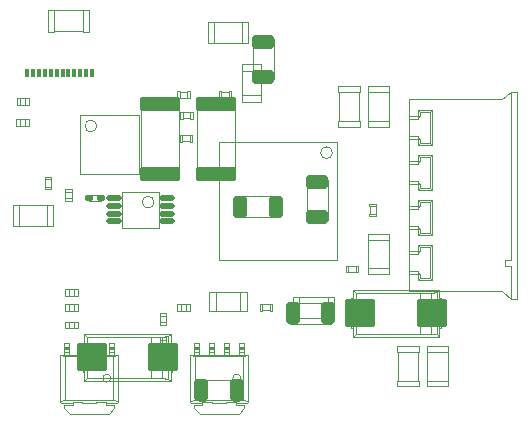
<source format=gbp>
G04 Layer_Color=128*
%FSLAX44Y44*%
%MOMM*%
G71*
G01*
G75*
G04:AMPARAMS|DCode=10|XSize=1.8mm|YSize=1.15mm|CornerRadius=0.1437mm|HoleSize=0mm|Usage=FLASHONLY|Rotation=0.000|XOffset=0mm|YOffset=0mm|HoleType=Round|Shape=RoundedRectangle|*
%AMROUNDEDRECTD10*
21,1,1.8000,0.8625,0,0,0.0*
21,1,1.5125,1.1500,0,0,0.0*
1,1,0.2875,0.7562,-0.4313*
1,1,0.2875,-0.7562,-0.4313*
1,1,0.2875,-0.7562,0.4313*
1,1,0.2875,0.7562,0.4313*
%
%ADD10ROUNDEDRECTD10*%
G04:AMPARAMS|DCode=14|XSize=1.8mm|YSize=1.15mm|CornerRadius=0.1437mm|HoleSize=0mm|Usage=FLASHONLY|Rotation=90.000|XOffset=0mm|YOffset=0mm|HoleType=Round|Shape=RoundedRectangle|*
%AMROUNDEDRECTD14*
21,1,1.8000,0.8625,0,0,90.0*
21,1,1.5125,1.1500,0,0,90.0*
1,1,0.2875,0.4313,0.7562*
1,1,0.2875,0.4313,-0.7562*
1,1,0.2875,-0.4313,-0.7562*
1,1,0.2875,-0.4313,0.7562*
%
%ADD14ROUNDEDRECTD14*%
G04:AMPARAMS|DCode=24|XSize=0.5mm|YSize=0.6mm|CornerRadius=0.05mm|HoleSize=0mm|Usage=FLASHONLY|Rotation=270.000|XOffset=0mm|YOffset=0mm|HoleType=Round|Shape=RoundedRectangle|*
%AMROUNDEDRECTD24*
21,1,0.5000,0.5000,0,0,270.0*
21,1,0.4000,0.6000,0,0,270.0*
1,1,0.1000,-0.2500,-0.2000*
1,1,0.1000,-0.2500,0.2000*
1,1,0.1000,0.2500,0.2000*
1,1,0.1000,0.2500,-0.2000*
%
%ADD24ROUNDEDRECTD24*%
%ADD32C,0.0500*%
%ADD33C,0.1000*%
G04:AMPARAMS|DCode=64|XSize=3.35mm|YSize=1.25mm|CornerRadius=0.1563mm|HoleSize=0mm|Usage=FLASHONLY|Rotation=0.000|XOffset=0mm|YOffset=0mm|HoleType=Round|Shape=RoundedRectangle|*
%AMROUNDEDRECTD64*
21,1,3.3500,0.9375,0,0,0.0*
21,1,3.0375,1.2500,0,0,0.0*
1,1,0.3125,1.5188,-0.4688*
1,1,0.3125,-1.5188,-0.4688*
1,1,0.3125,-1.5188,0.4688*
1,1,0.3125,1.5188,0.4688*
%
%ADD64ROUNDEDRECTD64*%
G04:AMPARAMS|DCode=65|XSize=2.45mm|YSize=2.55mm|CornerRadius=0.245mm|HoleSize=0mm|Usage=FLASHONLY|Rotation=90.000|XOffset=0mm|YOffset=0mm|HoleType=Round|Shape=RoundedRectangle|*
%AMROUNDEDRECTD65*
21,1,2.4500,2.0600,0,0,90.0*
21,1,1.9600,2.5500,0,0,90.0*
1,1,0.4900,1.0300,0.9800*
1,1,0.4900,1.0300,-0.9800*
1,1,0.4900,-1.0300,-0.9800*
1,1,0.4900,-1.0300,0.9800*
%
%ADD65ROUNDEDRECTD65*%
%ADD66O,1.3500X0.5000*%
%ADD67R,0.3000X0.7000*%
D10*
X523240Y1056118D02*
D03*
Y1086118D02*
D03*
X477500Y1205000D02*
D03*
Y1175000D02*
D03*
D14*
X455000Y910000D02*
D03*
X425000D02*
D03*
X502500Y975000D02*
D03*
X532500D02*
D03*
X487948Y1065275D02*
D03*
X457947D02*
D03*
D24*
X330000Y1072500D02*
D03*
X340000D02*
D03*
D32*
X610500Y1084450D02*
G03*
X608400Y1086550I-2100J0D01*
G01*
Y1063450D02*
G03*
X610500Y1065550I0J2100D01*
G01*
Y1122550D02*
G03*
X608400Y1124650I-2100J0D01*
G01*
X610500Y1008250D02*
G03*
X608400Y1010350I-2100J0D01*
G01*
X610500Y1046350D02*
G03*
X608400Y1048450I-2100J0D01*
G01*
Y1101550D02*
G03*
X610500Y1103650I0J2100D01*
G01*
X608400Y1139650D02*
G03*
X610500Y1141750I0J2100D01*
G01*
X608400Y1025350D02*
G03*
X610500Y1027450I0J2100D01*
G01*
X458377Y920000D02*
G03*
X458377Y920000I-3377J0D01*
G01*
X348377D02*
G03*
X348377Y920000I-3377J0D01*
G01*
X457000Y901000D02*
Y919000D01*
X452000Y901000D02*
Y919000D01*
X457000D01*
X452000Y901000D02*
X457000D01*
X423000D02*
Y919000D01*
X428000Y901000D02*
Y919000D01*
X423000D02*
X428000D01*
X423000Y901000D02*
X428000D01*
Y918800D02*
X452000D01*
X428000Y901200D02*
X452000D01*
X552000Y962500D02*
X553500D01*
X552000Y970000D02*
X553500D01*
X626500Y962500D02*
X628000D01*
X626500Y970000D02*
X628000D01*
X552000Y962500D02*
Y987500D01*
X553500D01*
X552000Y980000D02*
X553500D01*
X628000Y962500D02*
Y987500D01*
X626500D02*
X628000D01*
X626500Y980000D02*
X628000D01*
X626700Y970000D02*
Y980000D01*
X553300Y970000D02*
Y980000D01*
X553500Y994750D02*
X555990Y992260D01*
X553500Y955250D02*
Y994750D01*
Y955250D02*
X555990Y957739D01*
Y992260D01*
X610010Y992267D02*
X619068D01*
X624706Y992956D01*
X626500Y994750D01*
X553500D02*
X626500D01*
X555990Y992260D02*
X610010Y992267D01*
Y980753D02*
Y992267D01*
X555990Y957739D02*
X610010Y957732D01*
X553500Y955250D02*
X626500D01*
X624706Y957044D02*
X626500Y955250D01*
X619068Y957732D02*
X624706Y957044D01*
X610010Y957732D02*
X619068D01*
X610010D02*
Y969247D01*
X619011D02*
Y980753D01*
X610010Y969247D02*
X619068D01*
X610010Y980753D02*
X619068D01*
Y957732D02*
Y969247D01*
X624706Y957044D02*
Y992956D01*
X619068Y980753D02*
Y992267D01*
X626500Y955250D02*
Y994750D01*
X618500Y1119150D02*
Y1145150D01*
X600500Y1025350D02*
X608400D01*
X600500Y1063450D02*
X608400D01*
X610500Y1119150D02*
X618500D01*
X620600Y1117050D01*
X600500Y1124650D02*
X608400D01*
X610500Y1107050D02*
X618500D01*
X610500Y1103650D02*
Y1107050D01*
X608400Y1109150D02*
X610500Y1107050D01*
Y1004850D02*
X618500D01*
X600500Y1101550D02*
X608400D01*
X610500Y1042950D02*
X618500D01*
X600500Y1010350D02*
X608400D01*
X600500Y1139650D02*
X608400D01*
X618500Y1004850D02*
Y1030850D01*
Y1004850D02*
X620600Y1002750D01*
X618500Y1081050D02*
Y1107050D01*
X620600Y1109150D01*
X610500Y1030850D02*
X618500D01*
X620600Y1032950D01*
X610500Y1027450D02*
Y1030850D01*
X608400Y1032950D02*
X610500Y1030850D01*
Y1119150D02*
Y1122550D01*
X608400Y1117050D02*
X610500Y1119150D01*
X618500Y1042950D02*
Y1068950D01*
Y1042950D02*
X620600Y1040850D01*
X600500Y1048450D02*
X608400D01*
X610500Y1004850D02*
Y1008250D01*
X608400Y1002750D02*
X610500Y1004850D01*
Y1141750D02*
Y1145150D01*
X600500Y1086550D02*
X608400D01*
X610500Y1042950D02*
Y1046350D01*
X608400Y1040850D02*
X610500Y1042950D01*
Y1081050D02*
Y1084450D01*
Y1081050D02*
X618500D01*
X608400Y1078950D02*
X610500Y1081050D01*
X618500D02*
X620600Y1078950D01*
X610500Y1068950D02*
X618500D01*
X620600Y1071050D01*
X610500Y1065550D02*
Y1068950D01*
X608400Y1071050D02*
X610500Y1068950D01*
X608400Y1002750D02*
X620600D01*
X600500Y993750D02*
Y1156250D01*
Y993750D02*
X679500D01*
X687500Y987350D01*
X679500Y1156250D02*
X687500Y1162650D01*
X600500Y1156250D02*
X679500D01*
X620600Y1117050D02*
Y1147250D01*
X608400Y1117050D02*
X620600D01*
X608400Y1109150D02*
X620600D01*
Y1078950D02*
Y1109150D01*
X608400Y1078950D02*
X620600D01*
X608400Y1071050D02*
X620600D01*
Y1040850D02*
Y1071050D01*
X608400Y1040850D02*
X620600D01*
X608400Y1032950D02*
X620600D01*
Y1002750D02*
Y1032950D01*
X610500Y1145150D02*
X618500D01*
X620600Y1147250D01*
X608400D02*
X620600D01*
X608400D02*
X610500Y1145150D01*
X608400Y1078950D02*
Y1086550D01*
X600500Y1084450D02*
X610500D01*
X600500Y1065550D02*
X610500D01*
X608400Y1063450D02*
Y1071050D01*
Y1117050D02*
Y1124650D01*
X600500Y1122550D02*
X610500D01*
X608400Y1002750D02*
Y1010350D01*
X600500Y1008250D02*
X610500D01*
X608400Y1040850D02*
Y1048450D01*
X600500Y1046350D02*
X610500D01*
X600500Y1103650D02*
X610500D01*
X608400Y1101550D02*
Y1109150D01*
X600500Y1141750D02*
X610500D01*
X608400Y1139650D02*
Y1147250D01*
X600500Y1027450D02*
X610500D01*
X608400Y1025350D02*
Y1032950D01*
X692500Y987350D02*
Y1162650D01*
X687500Y1020350D02*
Y1162650D01*
X692500D01*
X682500Y1015350D02*
Y1020350D01*
Y1015350D02*
X687500D01*
Y987350D02*
Y1015350D01*
Y987350D02*
X692500D01*
X682500Y1020350D02*
X687500D01*
X566000Y1133000D02*
X584000D01*
X566000Y1138000D02*
X584000D01*
X566000Y1133000D02*
Y1138000D01*
X584000Y1133000D02*
Y1138000D01*
X566000Y1167000D02*
X584000D01*
X566000Y1162000D02*
X584000D01*
X566000D02*
Y1167000D01*
X584000Y1162000D02*
Y1167000D01*
X566200Y1138000D02*
Y1162000D01*
X583801Y1138000D02*
Y1162000D01*
X317250Y995250D02*
X320250D01*
Y989750D02*
Y995250D01*
X317250Y989750D02*
Y995250D01*
Y989750D02*
X320250D01*
X309750Y995250D02*
X312750D01*
Y989750D02*
Y995250D01*
X309750Y989750D02*
X312750D01*
X309750D02*
Y995250D01*
X312750Y989760D02*
X317250D01*
X312750D02*
X317250Y989765D01*
X312750Y995236D02*
X317250Y995240D01*
X312750Y995236D02*
X317250Y995240D01*
X537000Y971000D02*
Y989000D01*
X532000Y971000D02*
Y989000D01*
Y971000D02*
X537000D01*
X532000Y989000D02*
X537000D01*
X503000Y971000D02*
Y989000D01*
X508000Y971000D02*
Y989000D01*
X503000Y971000D02*
X508000D01*
X503000Y989000D02*
X508000D01*
Y971200D02*
X532000D01*
X508000Y988800D02*
X532000D01*
X514240Y1054118D02*
X532240D01*
X514240Y1059118D02*
X532240D01*
Y1054118D02*
Y1059118D01*
X514240Y1054118D02*
Y1059118D01*
Y1088118D02*
X532240D01*
X514240Y1083118D02*
X532240D01*
Y1088118D01*
X514240Y1083118D02*
Y1088118D01*
X532040Y1059118D02*
Y1083118D01*
X514440Y1059118D02*
Y1083118D01*
X468500Y1207000D02*
X486500D01*
X468500Y1202000D02*
X486500D01*
X468500D02*
Y1207000D01*
X486500Y1202000D02*
Y1207000D01*
X468500Y1173000D02*
X486500D01*
X468500Y1178000D02*
X486500D01*
X468500Y1173000D02*
Y1178000D01*
X486500Y1173000D02*
Y1178000D01*
X468700D02*
Y1202000D01*
X486300Y1178000D02*
Y1202000D01*
X329750Y1069750D02*
Y1075250D01*
X331750Y1069750D02*
Y1075250D01*
X329750Y1069750D02*
X331750D01*
X329750Y1075250D02*
X331750D01*
X338250Y1069750D02*
X340250D01*
X338250Y1075250D02*
X340250D01*
Y1069750D02*
Y1075250D01*
X338250Y1069750D02*
Y1075250D01*
X331750Y1069950D02*
X338250D01*
X331750Y1075050D02*
X338250D01*
X292250Y1090250D02*
X297750D01*
X292250Y1088250D02*
X297750D01*
Y1090250D01*
X292250Y1088250D02*
Y1090250D01*
X297750Y1079750D02*
Y1081750D01*
X292250Y1079750D02*
Y1081750D01*
Y1079750D02*
X297750D01*
X292250Y1081750D02*
X297750D01*
X297550D02*
Y1088250D01*
X292451Y1081750D02*
Y1088250D01*
X500500Y966000D02*
Y984000D01*
X505500Y966000D02*
Y984000D01*
X500500Y966000D02*
X505500D01*
X500500Y984000D02*
X505500D01*
X534500Y966000D02*
Y984000D01*
X529500Y966000D02*
Y984000D01*
Y966000D02*
X534500D01*
X529500Y984000D02*
X534500D01*
X505500Y966200D02*
X529500D01*
X505500Y983800D02*
X529500D01*
X271562Y1157165D02*
X276062Y1157170D01*
X271562Y1157165D02*
X276062Y1157170D01*
X271562Y1151690D02*
X276062Y1151695D01*
X271562Y1151690D02*
X276062D01*
X268562Y1151680D02*
Y1157180D01*
Y1151680D02*
X271562D01*
Y1157180D01*
X268562D02*
X271562D01*
X276062Y1151680D02*
X279062D01*
X276062D02*
Y1157180D01*
X279062Y1151680D02*
Y1157180D01*
X276062D02*
X279062D01*
X430500Y1203500D02*
Y1221500D01*
X435500Y1203500D02*
Y1221500D01*
X430500D02*
X435500D01*
X430500Y1203500D02*
X435500D01*
X464500D02*
Y1221500D01*
X459500Y1203500D02*
Y1221500D01*
X464500D01*
X459500Y1203500D02*
X464500D01*
X435500Y1221300D02*
X459500D01*
X435500Y1203700D02*
X459500D01*
X460031Y901425D02*
Y938575D01*
X464500Y939372D01*
Y900075D02*
Y939500D01*
X460031Y901425D02*
X464500Y900628D01*
X415500Y900075D02*
X416425Y899150D01*
X415500Y900075D02*
Y939500D01*
Y900628D02*
X419969Y901425D01*
X460031D01*
X463575Y899150D02*
X464500Y900075D01*
X454000Y899150D02*
X463575D01*
X446000Y899724D02*
X454000D01*
X434000Y899150D02*
X446000D01*
X426000Y899724D02*
X434000D01*
X416425Y899150D02*
X426000D01*
X415500Y939372D02*
X419969Y938575D01*
Y901425D02*
Y938575D01*
X415500Y939500D02*
X464500D01*
X419969Y938575D02*
X460031D01*
X418850Y942166D02*
X423050D01*
X418850Y945064D02*
X423050D01*
Y939500D02*
Y950000D01*
X418850Y939500D02*
Y950000D01*
X431550Y942166D02*
X435750D01*
X431550Y939500D02*
Y950000D01*
Y945064D02*
X435750D01*
Y939500D02*
Y950000D01*
X444250Y942166D02*
X448450D01*
X444250Y945064D02*
X448450D01*
X444250Y939500D02*
Y950000D01*
X448450Y939500D02*
Y950000D01*
X456950Y942166D02*
X461150D01*
X456950Y945064D02*
X461150D01*
Y939500D02*
Y950000D01*
X456950Y939500D02*
Y950000D01*
X418850Y945432D02*
X423050D01*
X431550D02*
X435750D01*
X444250D02*
X448450D01*
X456950D02*
X461150D01*
X418850Y946311D02*
X423050D01*
X431550D02*
X435750D01*
X444250D02*
X448450D01*
X456950D02*
X461150D01*
X434000Y899000D02*
Y899724D01*
Y899000D02*
X446000D01*
Y899724D01*
X454000Y897000D02*
Y899724D01*
Y897000D02*
X461000D01*
Y894500D02*
Y897000D01*
X456500Y890000D02*
X461000Y894500D01*
X423500Y890000D02*
X456500D01*
X419000Y894500D02*
X423500Y890000D01*
X419000Y894500D02*
Y897000D01*
X426000D02*
Y899724D01*
X419000Y897000D02*
X426000D01*
X418850Y950000D02*
X423050D01*
X431550D02*
X435750D01*
X444250D02*
X448450D01*
X456950D02*
X461150D01*
X350031Y901425D02*
Y938575D01*
X354500Y939372D01*
Y900075D02*
Y939500D01*
X350031Y901425D02*
X354500Y900628D01*
X305500Y900075D02*
X306425Y899150D01*
X305500Y900075D02*
Y939500D01*
Y900628D02*
X309969Y901425D01*
X350031D01*
X353576Y899150D02*
X354500Y900075D01*
X344000Y899150D02*
X353576D01*
X336000Y899724D02*
X344000D01*
X324000Y899150D02*
X336000D01*
X316000Y899724D02*
X324000D01*
X306425Y899150D02*
X316000D01*
X305500Y939372D02*
X309969Y938575D01*
Y901425D02*
Y938575D01*
X305500Y939500D02*
X354500D01*
X309969Y938575D02*
X350031D01*
X308850Y942166D02*
X313050D01*
X308850Y945064D02*
X313050D01*
Y939500D02*
Y950000D01*
X308850Y939500D02*
Y950000D01*
X321550Y942166D02*
X325750D01*
X321550Y939500D02*
Y950000D01*
Y945064D02*
X325750D01*
Y939500D02*
Y950000D01*
X334250Y942166D02*
X338450D01*
X334250Y945064D02*
X338450D01*
X334250Y939500D02*
Y950000D01*
X338450Y939500D02*
Y950000D01*
X346950Y942166D02*
X351150D01*
X346950Y945064D02*
X351150D01*
Y939500D02*
Y950000D01*
X346950Y939500D02*
Y950000D01*
X308850Y945432D02*
X313050D01*
X321550D02*
X325750D01*
X334250D02*
X338450D01*
X346950D02*
X351150D01*
X308850Y946311D02*
X313050D01*
X321550D02*
X325750D01*
X334250D02*
X338450D01*
X346950D02*
X351150D01*
X324000Y899000D02*
Y899724D01*
Y899000D02*
X336000D01*
Y899724D01*
X344000Y897000D02*
Y899724D01*
Y897000D02*
X351000D01*
Y894500D02*
Y897000D01*
X346500Y890000D02*
X351000Y894500D01*
X313500Y890000D02*
X346500D01*
X309000Y894500D02*
X313500Y890000D01*
X309000Y894500D02*
Y897000D01*
X316000D02*
Y899724D01*
X309000Y897000D02*
X316000D01*
X308850Y950000D02*
X313050D01*
X321550D02*
X325750D01*
X334250D02*
X338450D01*
X346950D02*
X351150D01*
X616000Y947000D02*
X634000D01*
X616000Y942000D02*
X634000D01*
Y947000D01*
X616000Y942000D02*
Y947000D01*
Y913000D02*
X634000D01*
X616000Y918000D02*
X634000D01*
Y913000D02*
Y918000D01*
X616000Y913000D02*
Y918000D01*
X633800D02*
Y942000D01*
X616200Y918000D02*
Y942000D01*
X591000Y947000D02*
X609000D01*
X591000Y942000D02*
X609000D01*
Y947000D01*
X591000Y942000D02*
Y947000D01*
Y913000D02*
X609000D01*
X591000Y918000D02*
X609000D01*
Y913000D02*
Y918000D01*
X591000Y913000D02*
Y918000D01*
X608800D02*
Y942000D01*
X591200Y918000D02*
Y942000D01*
X295500Y1213500D02*
Y1231500D01*
X300500Y1213500D02*
Y1231500D01*
X295500D02*
X300500D01*
X295500Y1213500D02*
X300500D01*
X329500D02*
Y1231500D01*
X324500Y1213500D02*
Y1231500D01*
X329500D01*
X324500Y1213500D02*
X329500D01*
X300500Y1231300D02*
X324500D01*
X300500Y1213700D02*
X324500D01*
X541000Y1167000D02*
X559000D01*
X541000Y1162000D02*
X559000D01*
Y1167000D01*
X541000Y1162000D02*
Y1167000D01*
Y1133000D02*
X559000D01*
X541000Y1138000D02*
X559000D01*
Y1133000D02*
Y1138000D01*
X541000Y1133000D02*
Y1138000D01*
X558800D02*
Y1162000D01*
X541200Y1138000D02*
Y1162000D01*
X271308Y1139385D02*
X275808Y1139390D01*
X271308Y1139385D02*
X275808Y1139390D01*
X271308Y1133910D02*
X275808Y1133915D01*
X271308Y1133910D02*
X275808D01*
X268308Y1133900D02*
Y1139400D01*
Y1133900D02*
X271308D01*
Y1139400D01*
X268308D02*
X271308D01*
X275808Y1133900D02*
X278808D01*
X275808D02*
Y1139400D01*
X278808Y1133900D02*
Y1139400D01*
X275808D02*
X278808D01*
X389750Y972250D02*
Y975250D01*
X395250D01*
X389750Y972250D02*
X395250D01*
Y975250D01*
X389750Y964750D02*
Y967750D01*
X395250D01*
Y964750D02*
Y967750D01*
X389750Y964750D02*
X395250D01*
X395240Y967750D02*
Y972250D01*
X395235D02*
X395240Y967750D01*
X389760Y972250D02*
X389765Y967750D01*
X389760Y972250D02*
X389765Y967750D01*
X404750Y977250D02*
X407750D01*
X404750D02*
Y982750D01*
X407750Y977250D02*
Y982750D01*
X404750D02*
X407750D01*
X412250Y977250D02*
X415250D01*
X412250D02*
Y982750D01*
X415250D01*
Y977250D02*
Y982750D01*
X407750Y982740D02*
X412250D01*
X407750Y982735D02*
X412250Y982740D01*
X407750Y977260D02*
X412250Y977265D01*
X407750Y977260D02*
X412250Y977265D01*
X395250Y944750D02*
Y947750D01*
X389750Y944750D02*
X395250D01*
X389750Y947750D02*
X395250D01*
X389750Y944750D02*
Y947750D01*
X395250Y952250D02*
Y955250D01*
X389750Y952250D02*
X395250D01*
X389750D02*
Y955250D01*
X395250D01*
X389760Y947750D02*
Y952250D01*
X389765Y947750D01*
X395235Y952250D02*
X395240Y947750D01*
X395235Y952250D02*
X395240Y947750D01*
X459260Y1180251D02*
X459264Y1159750D01*
X459260Y1180251D02*
X459264Y1159750D01*
X475735Y1180251D02*
X475740Y1159750D01*
Y1180251D01*
X459250Y1153750D02*
X475750D01*
Y1159750D01*
X459250D02*
X475750D01*
X459250Y1153750D02*
Y1159750D01*
X475750Y1180251D02*
Y1186251D01*
X459250Y1180251D02*
X475750D01*
X459250Y1186251D02*
X475750D01*
X459250Y1180251D02*
Y1186251D01*
X317250Y982750D02*
X320250D01*
Y977250D02*
Y982750D01*
X317250Y977250D02*
Y982750D01*
Y977250D02*
X320250D01*
X309750Y982750D02*
X312750D01*
Y977250D02*
Y982750D01*
X309750Y977250D02*
X312750D01*
X309750D02*
Y982750D01*
X312750Y977260D02*
X317250D01*
X312750D02*
X317250Y977265D01*
X312750Y982735D02*
X317250Y982740D01*
X312750Y982735D02*
X317250Y982740D01*
X309750Y962250D02*
X312750D01*
X309750D02*
Y967750D01*
X312750Y962250D02*
Y967750D01*
X309750D02*
X312750D01*
X317250Y962250D02*
X320250D01*
X317250D02*
Y967750D01*
X320250D01*
Y962250D02*
Y967750D01*
X312750Y967740D02*
X317250D01*
X312750Y967735D02*
X317250Y967740D01*
X312750Y962260D02*
X317250Y962265D01*
X312750Y962260D02*
X317250Y962265D01*
X474750Y977250D02*
Y982750D01*
X476750Y977250D02*
Y982750D01*
X474750D02*
X476750D01*
X474750Y977250D02*
X476750D01*
X483250Y982750D02*
X485250D01*
X483250Y977250D02*
X485250D01*
Y982750D01*
X483250Y977250D02*
Y982750D01*
X476750Y982550D02*
X483250D01*
X476750Y977450D02*
X483250D01*
X567250Y1067750D02*
X572750D01*
X567250Y1065750D02*
X572750D01*
Y1067750D01*
X567250Y1065750D02*
Y1067750D01*
X572750Y1057250D02*
Y1059250D01*
X567250Y1057250D02*
Y1059250D01*
Y1057250D02*
X572750D01*
X567250Y1059250D02*
X572750D01*
X572550D02*
Y1065750D01*
X567450Y1059250D02*
Y1065750D01*
X450249Y1157250D02*
Y1162750D01*
X448250Y1157250D02*
Y1162750D01*
Y1157250D02*
X450249D01*
X448250Y1162750D02*
X450249D01*
X439750Y1157250D02*
X441750D01*
X439750Y1162750D02*
X441750D01*
X439750Y1157250D02*
Y1162750D01*
X441750Y1157250D02*
Y1162750D01*
Y1157450D02*
X448250D01*
X441750Y1162550D02*
X448250D01*
X437250Y976760D02*
X457750Y976765D01*
X437250Y976760D02*
X457750Y976765D01*
X437250Y993235D02*
X457750Y993240D01*
X437250D02*
X457750D01*
X463750Y976750D02*
Y993250D01*
X457750D02*
X463750D01*
X457750Y976750D02*
Y993250D01*
Y976750D02*
X463750D01*
X431250Y993250D02*
X437250D01*
Y976750D02*
Y993250D01*
X431250Y976750D02*
Y993250D01*
Y976750D02*
X437250D01*
X404750Y1157250D02*
Y1162750D01*
X406750Y1157250D02*
Y1162750D01*
X404750D02*
X406750D01*
X404750Y1157250D02*
X406750D01*
X413250Y1162750D02*
X415250D01*
X413250Y1157250D02*
X415250D01*
Y1162750D01*
X413250Y1157250D02*
Y1162750D01*
X406750Y1162550D02*
X413250D01*
X406750Y1157450D02*
X413250D01*
X407250Y1139750D02*
Y1145250D01*
X409250Y1139750D02*
Y1145250D01*
X407250D02*
X409250D01*
X407250Y1139750D02*
X409250D01*
X415750Y1145250D02*
X417750D01*
X415750Y1139750D02*
X417750D01*
Y1145250D01*
X415750Y1139750D02*
Y1145250D01*
X409250Y1145050D02*
X415750D01*
X409250Y1139950D02*
X415750D01*
X406992Y1120184D02*
Y1125684D01*
X408992Y1120184D02*
Y1125684D01*
X406992D02*
X408992D01*
X406992Y1120184D02*
X408992D01*
X415492Y1125684D02*
X417492D01*
X415492Y1120184D02*
X417492D01*
Y1125684D01*
X415492Y1120184D02*
Y1125684D01*
X408992Y1125484D02*
X415492D01*
X408992Y1120384D02*
X415492D01*
X309760Y1077250D02*
X309765Y1072750D01*
X309760Y1077250D02*
X309765Y1072750D01*
X315235Y1077250D02*
X315240Y1072750D01*
Y1077250D01*
X309749Y1069750D02*
X315250D01*
Y1072750D01*
X309749D02*
X315250D01*
X309749Y1069750D02*
Y1072750D01*
X315250Y1077250D02*
Y1080250D01*
X309749Y1077250D02*
X315250D01*
X309749Y1080250D02*
X315250D01*
X309749Y1077250D02*
Y1080250D01*
X547250Y1009750D02*
Y1015250D01*
X549250Y1009750D02*
Y1015250D01*
X547250D02*
X549250D01*
X547250Y1009750D02*
X549250D01*
X555751Y1015250D02*
X557751D01*
X555751Y1009750D02*
X557751D01*
Y1015250D01*
X555751Y1009750D02*
Y1015250D01*
X549250Y1015050D02*
X555751D01*
X549250Y1009950D02*
X555751D01*
X324500Y925000D02*
X326000D01*
X324500Y932500D02*
X326000D01*
X399000Y925000D02*
X400500D01*
X399000Y932500D02*
X400500D01*
X324500Y925000D02*
Y950000D01*
X326000D01*
X324500Y942500D02*
X326000D01*
X400500Y925000D02*
Y950000D01*
X399000D02*
X400500D01*
X399000Y942500D02*
X400500D01*
X399200Y932500D02*
Y942500D01*
X325800Y932500D02*
Y942500D01*
X326000Y957250D02*
X328490Y954761D01*
X326000Y917750D02*
Y957250D01*
Y917750D02*
X328490Y920239D01*
Y954761D01*
X382510Y954768D02*
X391568D01*
X397206Y955457D01*
X399000Y957250D01*
X326000D02*
X399000D01*
X328490Y954761D02*
X382510Y954768D01*
Y943253D02*
Y954768D01*
X328490Y920239D02*
X382510Y920232D01*
X326000Y917750D02*
X399000D01*
X397206Y919544D02*
X399000Y917750D01*
X391568Y920232D02*
X397206Y919544D01*
X382510Y920232D02*
X391568D01*
X382510D02*
Y931747D01*
X391511D02*
Y943253D01*
X382510Y931747D02*
X391568D01*
X382510Y943253D02*
X391568D01*
Y920232D02*
Y931747D01*
X397206Y919544D02*
Y955457D01*
X391568Y943253D02*
Y954768D01*
X399000Y917750D02*
Y957250D01*
X566000Y1008000D02*
X584000D01*
X566000Y1013000D02*
X584000D01*
X566000Y1008000D02*
Y1013000D01*
X584000Y1008000D02*
Y1013000D01*
X566000Y1042001D02*
X584000D01*
X566000Y1037000D02*
X584000D01*
X566000D02*
Y1042001D01*
X584000Y1037000D02*
Y1042001D01*
X566200Y1013000D02*
Y1037000D01*
X583800Y1013000D02*
Y1037000D01*
X489948Y1056276D02*
Y1074276D01*
X484948Y1056276D02*
Y1074276D01*
X489948D01*
X484948Y1056276D02*
X489948D01*
X455947D02*
Y1074276D01*
X460947Y1056276D02*
Y1074276D01*
X455947D02*
X460947D01*
X455947Y1056276D02*
X460947D01*
Y1074076D02*
X484948D01*
X460947Y1056476D02*
X484948D01*
X265500Y1048500D02*
Y1066500D01*
X270500Y1048500D02*
Y1066500D01*
X265500D02*
X270500D01*
X265500Y1048500D02*
X270500D01*
X299500D02*
Y1066500D01*
X294500Y1048500D02*
Y1066500D01*
X299500D01*
X294500Y1048500D02*
X299500D01*
X270500Y1066300D02*
X294500D01*
X270500Y1048700D02*
X294500D01*
D33*
X336500Y1133500D02*
G03*
X336500Y1133500I-5000J0D01*
G01*
X536000Y1111000D02*
G03*
X536000Y1111000I-5000J0D01*
G01*
X385000Y1069000D02*
G03*
X385000Y1069000I-5000J0D01*
G01*
X421750Y1091000D02*
Y1154000D01*
X453250Y1091000D02*
Y1154000D01*
X421750D02*
X453250D01*
X421750Y1091000D02*
X453250D01*
X374250Y1091000D02*
Y1154000D01*
X405750Y1091000D02*
Y1154000D01*
X374250D02*
X405750D01*
X374250Y1091000D02*
X405750D01*
X322500Y1092500D02*
Y1142500D01*
X372500Y1092500D02*
Y1142500D01*
X322500D02*
X372500D01*
X322500Y1092500D02*
X372500D01*
X440000Y1020000D02*
Y1120000D01*
X540000Y1020000D02*
Y1120000D01*
X440000Y1020000D02*
X540000D01*
X440000Y1120000D02*
X540000D01*
X358000Y1047000D02*
X389000D01*
X358000Y1078000D02*
X389000D01*
X358000Y1047000D02*
Y1078000D01*
X389000Y1047000D02*
Y1078000D01*
D64*
X437500Y1152500D02*
D03*
Y1092500D02*
D03*
X390000Y1152500D02*
D03*
Y1092500D02*
D03*
D65*
X559750Y975000D02*
D03*
X620250D02*
D03*
X332250Y937500D02*
D03*
X392750D02*
D03*
D66*
X351250Y1052750D02*
D03*
Y1059250D02*
D03*
Y1065750D02*
D03*
Y1072250D02*
D03*
X395750Y1052750D02*
D03*
Y1059250D02*
D03*
Y1065750D02*
D03*
Y1072250D02*
D03*
D67*
X332500Y1178400D02*
D03*
X327500D02*
D03*
X322500D02*
D03*
X317500D02*
D03*
X312500D02*
D03*
X277500D02*
D03*
X282500D02*
D03*
X287500D02*
D03*
X292500D02*
D03*
X297500D02*
D03*
X302500D02*
D03*
X307500D02*
D03*
M02*

</source>
